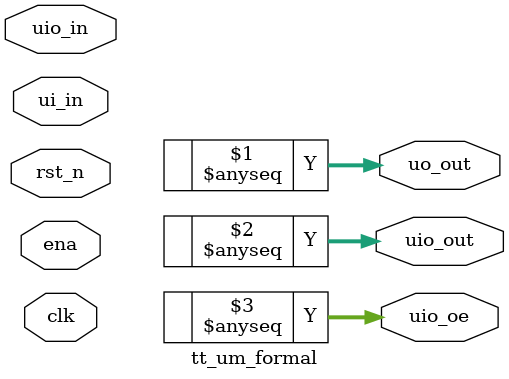
<source format=v>
/*
 * tt_um_formal.v
 *
 * User module for formal connectivity proof
 *
 * Author: Matt Venn <matt@mattvenn.net>
 */

`default_nettype none

module tt_um_formal (
	input  wire [7:0] ui_in,	// Dedicated inputs
	output wire [7:0] uo_out,	// Dedicated outputs
	input  wire [7:0] uio_in,	// IOs: Input path
	output wire [7:0] uio_out,	// IOs: Output path
	output wire [7:0] uio_oe,	// IOs: Enable path (active high: 0=input, 1=output)
	input  wire       ena,
	input  wire       clk,
	input  wire       rst_n
);
    
    assign uo_out = $anyseq;
    assign uio_out = $anyseq;
    assign uio_oe = $anyseq;

endmodule // tt_um_formal

</source>
